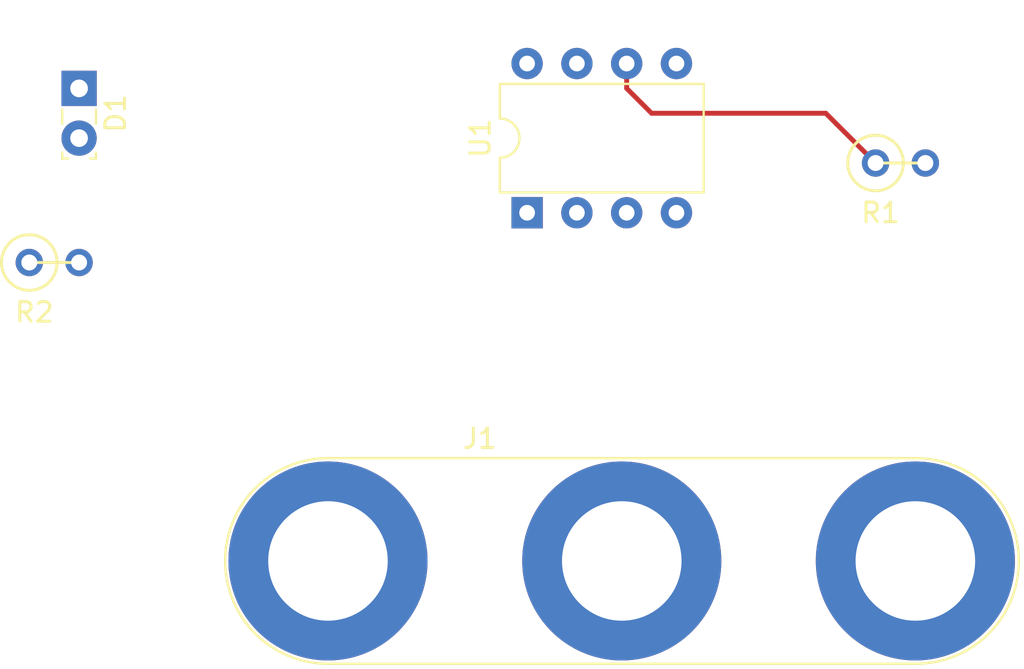
<source format=kicad_pcb>
(kicad_pcb (version 4) (host pcbnew 4.0.6)

  (general
    (links 7)
    (no_connects 6)
    (area 127.795096 99.501429 180.555001 134.045001)
    (thickness 1.6)
    (drawings 0)
    (tracks 4)
    (zones 0)
    (modules 5)
    (nets 11)
  )

  (page A4)
  (title_block
    (title example1)
  )

  (layers
    (0 F.Cu signal)
    (31 B.Cu signal)
    (32 B.Adhes user)
    (33 F.Adhes user)
    (34 B.Paste user)
    (35 F.Paste user)
    (36 B.SilkS user)
    (37 F.SilkS user)
    (38 B.Mask user)
    (39 F.Mask user)
    (40 Dwgs.User user)
    (41 Cmts.User user)
    (42 Eco1.User user)
    (43 Eco2.User user)
    (44 Edge.Cuts user)
    (45 Margin user)
    (46 B.CrtYd user)
    (47 F.CrtYd user)
    (48 B.Fab user)
    (49 F.Fab user)
  )

  (setup
    (last_trace_width 0.25)
    (trace_clearance 0.25)
    (zone_clearance 0.508)
    (zone_45_only no)
    (trace_min 0.25)
    (segment_width 0.2)
    (edge_width 0.15)
    (via_size 0.6)
    (via_drill 0.4)
    (via_min_size 0.4)
    (via_min_drill 0.3)
    (uvia_size 0.3)
    (uvia_drill 0.1)
    (uvias_allowed no)
    (uvia_min_size 0.2)
    (uvia_min_drill 0.1)
    (pcb_text_width 0.3)
    (pcb_text_size 1.5 1.5)
    (mod_edge_width 0.15)
    (mod_text_size 1 1)
    (mod_text_width 0.15)
    (pad_size 1.524 1.524)
    (pad_drill 0.762)
    (pad_to_mask_clearance 0.2)
    (aux_axis_origin 0 0)
    (visible_elements 7FFFFFFF)
    (pcbplotparams
      (layerselection 0x00030_80000001)
      (usegerberextensions false)
      (excludeedgelayer true)
      (linewidth 0.100000)
      (plotframeref false)
      (viasonmask false)
      (mode 1)
      (useauxorigin false)
      (hpglpennumber 1)
      (hpglpenspeed 20)
      (hpglpendiameter 15)
      (hpglpenoverlay 2)
      (psnegative false)
      (psa4output false)
      (plotreference true)
      (plotvalue true)
      (plotinvisibletext false)
      (padsonsilk false)
      (subtractmaskfromsilk false)
      (outputformat 1)
      (mirror false)
      (drillshape 1)
      (scaleselection 1)
      (outputdirectory ""))
  )

  (net 0 "")
  (net 1 "Net-(D1-Pad1)")
  (net 2 "Net-(D1-Pad2)")
  (net 3 VCC)
  (net 4 GND)
  (net 5 /INPUTtor)
  (net 6 /INPUT)
  (net 7 "Net-(U1-Pad5)")
  (net 8 "Net-(U1-Pad2)")
  (net 9 "Net-(U1-Pad3)")
  (net 10 "Net-(U1-Pad4)")

  (net_class Default "Это класс цепей по умолчанию."
    (clearance 0.25)
    (trace_width 0.25)
    (via_dia 0.6)
    (via_drill 0.4)
    (uvia_dia 0.3)
    (uvia_drill 0.1)
    (add_net /INPUT)
    (add_net /INPUTtor)
    (add_net GND)
    (add_net "Net-(D1-Pad1)")
    (add_net "Net-(D1-Pad2)")
    (add_net "Net-(U1-Pad2)")
    (add_net "Net-(U1-Pad3)")
    (add_net "Net-(U1-Pad4)")
    (add_net "Net-(U1-Pad5)")
    (add_net VCC)
  )

  (module LEDs:LED_SideEmitter_Rectangular_W4.5mm_H1.6mm (layer F.Cu) (tedit 58E18F4F) (tstamp 58E18D16)
    (at 132.08 104.14 270)
    (descr "LED_SideEmitter_Rectangular, Rectangular, SideEmitter,  Rectangular size 4.5x1.6mm^2, 2 pins, http://cdn-reichelt.de/documents/datenblatt/A500/LED15MMGE_LED15MMGN%23KIN.pdf")
    (tags "LED_SideEmitter_Rectangular Rectangular SideEmitter  Rectangular size 4.5x1.6mm^2 2 pins")
    (path /58E14226)
    (fp_text reference D1 (at 1.27 -1.86 270) (layer F.SilkS)
      (effects (font (size 1 1) (thickness 0.15)))
    )
    (fp_text value LED (at 1.27 1.86 450) (layer F.Fab)
      (effects (font (size 1 1) (thickness 0.15)))
    )
    (fp_line (start -0.98 -0.8) (end -0.98 0.8) (layer F.Fab) (width 0.1))
    (fp_line (start -0.98 0.8) (end 3.52 0.8) (layer F.Fab) (width 0.1))
    (fp_line (start 3.52 0.8) (end 3.52 -0.8) (layer F.Fab) (width 0.1))
    (fp_line (start 3.52 -0.8) (end -0.98 -0.8) (layer F.Fab) (width 0.1))
    (fp_line (start 1.08 -0.861) (end 1.811 -0.861) (layer F.SilkS) (width 0.12))
    (fp_line (start 3.27 -0.861) (end 3.58 -0.861) (layer F.SilkS) (width 0.12))
    (fp_line (start 1.08 0.861) (end 1.811 0.861) (layer F.SilkS) (width 0.12))
    (fp_line (start 3.27 0.861) (end 3.58 0.861) (layer F.SilkS) (width 0.12))
    (fp_line (start 3.58 -0.861) (end 3.58 -0.555) (layer F.SilkS) (width 0.12))
    (fp_line (start 3.58 0.555) (end 3.58 0.861) (layer F.SilkS) (width 0.12))
    (fp_line (start -1.3 -1.15) (end -1.3 1.15) (layer F.CrtYd) (width 0.05))
    (fp_line (start -1.3 1.15) (end 3.85 1.15) (layer F.CrtYd) (width 0.05))
    (fp_line (start 3.85 1.15) (end 3.85 -1.15) (layer F.CrtYd) (width 0.05))
    (fp_line (start 3.85 -1.15) (end -1.3 -1.15) (layer F.CrtYd) (width 0.05))
    (pad 1 thru_hole rect (at 0 0 270) (size 1.8 1.8) (drill 0.9) (layers *.Cu *.Mask)
      (net 1 "Net-(D1-Pad1)"))
    (pad 2 thru_hole circle (at 2.54 0 270) (size 1.8 1.8) (drill 0.9) (layers *.Cu *.Mask)
      (net 2 "Net-(D1-Pad2)"))
    (model LEDs.3dshapes/LED_SideEmitter_Rectangular_W4.5mm_H1.6mm.wrl
      (at (xyz 0 0 0))
      (scale (xyz 0.393701 0.393701 0.393701))
      (rotate (xyz 0 0 0))
    )
  )

  (module Connectors:Banana_Jack_3Pin (layer F.Cu) (tedit 58613A44) (tstamp 58E18D1D)
    (at 144.78 128.27)
    (descr "Triple banana socket, footprint - 3 x 6mm drills")
    (tags "banana socket")
    (path /58E14EA6)
    (fp_text reference J1 (at 7.75 -6.25) (layer F.SilkS)
      (effects (font (size 1 1) (thickness 0.15)))
    )
    (fp_text value MYCONN3 (at 22.5 -6.25) (layer F.Fab)
      (effects (font (size 1 1) (thickness 0.15)))
    )
    (fp_circle (center 30 0) (end 30 -2) (layer F.Fab) (width 0.1))
    (fp_circle (center 30 0) (end 30 -4.75) (layer F.Fab) (width 0.1))
    (fp_circle (center 15 0) (end 19.75 0) (layer F.Fab) (width 0.1))
    (fp_circle (center 15 0) (end 17 0) (layer F.Fab) (width 0.1))
    (fp_circle (center 0 0) (end 4.75 0) (layer F.Fab) (width 0.1))
    (fp_circle (center 0 0) (end 2 0) (layer F.Fab) (width 0.1))
    (fp_line (start 30 5.5) (end 0 5.5) (layer F.CrtYd) (width 0.05))
    (fp_line (start 0 -5.5) (end 30 -5.5) (layer F.CrtYd) (width 0.05))
    (fp_arc (start 0 0) (end 0 5.5) (angle 180) (layer F.CrtYd) (width 0.05))
    (fp_arc (start 30 0) (end 30 -5.5) (angle 180) (layer F.CrtYd) (width 0.05))
    (fp_line (start 0 5.25) (end 30 5.25) (layer F.SilkS) (width 0.12))
    (fp_line (start 30 -5.25) (end 0 -5.25) (layer F.SilkS) (width 0.12))
    (fp_arc (start 30 0) (end 30 -5.25) (angle 180) (layer F.SilkS) (width 0.12))
    (fp_arc (start 0 0) (end 0 5.25) (angle 180) (layer F.SilkS) (width 0.12))
    (pad 1 thru_hole circle (at 0 0) (size 10.16 10.16) (drill 6.1) (layers *.Cu *.Mask)
      (net 3 VCC))
    (pad 3 thru_hole circle (at 29.97 0) (size 10.16 10.16) (drill 6.1) (layers *.Cu *.Mask)
      (net 4 GND))
    (pad 2 thru_hole circle (at 14.99 0) (size 10.16 10.16) (drill 6.1) (layers *.Cu *.Mask)
      (net 5 /INPUTtor))
    (model Connectors.3dshapes/Banana_Jack_3Pin.wrl
      (at (xyz 0.5905511811023623 0 0))
      (scale (xyz 2 2 2))
      (rotate (xyz 0 0 0))
    )
  )

  (module Discret:R1 (layer F.Cu) (tedit 0) (tstamp 58E18D23)
    (at 173.99 107.95)
    (descr "Resistance verticale")
    (tags R)
    (path /58E1406A)
    (fp_text reference R1 (at -1.016 2.54) (layer F.SilkS)
      (effects (font (size 1 1) (thickness 0.15)))
    )
    (fp_text value 100 (at -1.143 2.54) (layer F.Fab)
      (effects (font (size 1 1) (thickness 0.15)))
    )
    (fp_line (start -1.27 0) (end 1.27 0) (layer F.SilkS) (width 0.15))
    (fp_circle (center -1.27 0) (end -0.635 1.27) (layer F.SilkS) (width 0.15))
    (pad 1 thru_hole circle (at -1.27 0) (size 1.397 1.397) (drill 0.8128) (layers *.Cu *.Mask)
      (net 6 /INPUT))
    (pad 2 thru_hole circle (at 1.27 0) (size 1.397 1.397) (drill 0.8128) (layers *.Cu *.Mask)
      (net 5 /INPUTtor))
    (model Discret.3dshapes/R1.wrl
      (at (xyz 0 0 0))
      (scale (xyz 1 1 1))
      (rotate (xyz 0 0 0))
    )
  )

  (module Discret:R1 (layer F.Cu) (tedit 0) (tstamp 58E18D29)
    (at 130.81 113.03)
    (descr "Resistance verticale")
    (tags R)
    (path /58E13EA9)
    (fp_text reference R2 (at -1.016 2.54) (layer F.SilkS)
      (effects (font (size 1 1) (thickness 0.15)))
    )
    (fp_text value 1k (at -1.143 2.54) (layer F.Fab)
      (effects (font (size 1 1) (thickness 0.15)))
    )
    (fp_line (start -1.27 0) (end 1.27 0) (layer F.SilkS) (width 0.15))
    (fp_circle (center -1.27 0) (end -0.635 1.27) (layer F.SilkS) (width 0.15))
    (pad 1 thru_hole circle (at -1.27 0) (size 1.397 1.397) (drill 0.8128) (layers *.Cu *.Mask)
      (net 3 VCC))
    (pad 2 thru_hole circle (at 1.27 0) (size 1.397 1.397) (drill 0.8128) (layers *.Cu *.Mask)
      (net 2 "Net-(D1-Pad2)"))
    (model Discret.3dshapes/R1.wrl
      (at (xyz 0 0 0))
      (scale (xyz 1 1 1))
      (rotate (xyz 0 0 0))
    )
  )

  (module Housings_DIP:DIP-8_W7.62mm (layer F.Cu) (tedit 58CC8E33) (tstamp 58E18D35)
    (at 154.94 110.49 90)
    (descr "8-lead dip package, row spacing 7.62 mm (300 mils)")
    (tags "DIL DIP PDIP 2.54mm 7.62mm 300mil")
    (path /58E141B1)
    (fp_text reference U1 (at 3.81 -2.39 90) (layer F.SilkS)
      (effects (font (size 1 1) (thickness 0.15)))
    )
    (fp_text value PIC12C508A-I/SN (at 3.81 10.01 90) (layer F.Fab)
      (effects (font (size 1 1) (thickness 0.15)))
    )
    (fp_text user %R (at 3.81 3.81 90) (layer F.Fab)
      (effects (font (size 1 1) (thickness 0.15)))
    )
    (fp_line (start 1.635 -1.27) (end 6.985 -1.27) (layer F.Fab) (width 0.1))
    (fp_line (start 6.985 -1.27) (end 6.985 8.89) (layer F.Fab) (width 0.1))
    (fp_line (start 6.985 8.89) (end 0.635 8.89) (layer F.Fab) (width 0.1))
    (fp_line (start 0.635 8.89) (end 0.635 -0.27) (layer F.Fab) (width 0.1))
    (fp_line (start 0.635 -0.27) (end 1.635 -1.27) (layer F.Fab) (width 0.1))
    (fp_line (start 2.81 -1.39) (end 1.04 -1.39) (layer F.SilkS) (width 0.12))
    (fp_line (start 1.04 -1.39) (end 1.04 9.01) (layer F.SilkS) (width 0.12))
    (fp_line (start 1.04 9.01) (end 6.58 9.01) (layer F.SilkS) (width 0.12))
    (fp_line (start 6.58 9.01) (end 6.58 -1.39) (layer F.SilkS) (width 0.12))
    (fp_line (start 6.58 -1.39) (end 4.81 -1.39) (layer F.SilkS) (width 0.12))
    (fp_line (start -1.1 -1.6) (end -1.1 9.2) (layer F.CrtYd) (width 0.05))
    (fp_line (start -1.1 9.2) (end 8.7 9.2) (layer F.CrtYd) (width 0.05))
    (fp_line (start 8.7 9.2) (end 8.7 -1.6) (layer F.CrtYd) (width 0.05))
    (fp_line (start 8.7 -1.6) (end -1.1 -1.6) (layer F.CrtYd) (width 0.05))
    (fp_arc (start 3.81 -1.39) (end 2.81 -1.39) (angle -180) (layer F.SilkS) (width 0.12))
    (pad 1 thru_hole rect (at 0 0 90) (size 1.6 1.6) (drill 0.8) (layers *.Cu *.Mask)
      (net 3 VCC))
    (pad 5 thru_hole oval (at 7.62 7.62 90) (size 1.6 1.6) (drill 0.8) (layers *.Cu *.Mask)
      (net 7 "Net-(U1-Pad5)"))
    (pad 2 thru_hole oval (at 0 2.54 90) (size 1.6 1.6) (drill 0.8) (layers *.Cu *.Mask)
      (net 8 "Net-(U1-Pad2)"))
    (pad 6 thru_hole oval (at 7.62 5.08 90) (size 1.6 1.6) (drill 0.8) (layers *.Cu *.Mask)
      (net 6 /INPUT))
    (pad 3 thru_hole oval (at 0 5.08 90) (size 1.6 1.6) (drill 0.8) (layers *.Cu *.Mask)
      (net 9 "Net-(U1-Pad3)"))
    (pad 7 thru_hole oval (at 7.62 2.54 90) (size 1.6 1.6) (drill 0.8) (layers *.Cu *.Mask)
      (net 1 "Net-(D1-Pad1)"))
    (pad 4 thru_hole oval (at 0 7.62 90) (size 1.6 1.6) (drill 0.8) (layers *.Cu *.Mask)
      (net 10 "Net-(U1-Pad4)"))
    (pad 8 thru_hole oval (at 7.62 0 90) (size 1.6 1.6) (drill 0.8) (layers *.Cu *.Mask)
      (net 4 GND))
    (model Housings_DIP.3dshapes/DIP-8_W7.62mm.wrl
      (at (xyz 0 0 0))
      (scale (xyz 1 1 1))
      (rotate (xyz 0 0 0))
    )
  )

  (segment (start 160.02 102.87) (end 160.02 104.14) (width 0.25) (layer F.Cu) (net 6))
  (segment (start 170.18 105.41) (end 172.72 107.95) (width 0.25) (layer F.Cu) (net 6) (tstamp 58E19091))
  (segment (start 161.29 105.41) (end 170.18 105.41) (width 0.25) (layer F.Cu) (net 6) (tstamp 58E1908D))
  (segment (start 160.02 104.14) (end 161.29 105.41) (width 0.25) (layer F.Cu) (net 6) (tstamp 58E19086))

)

</source>
